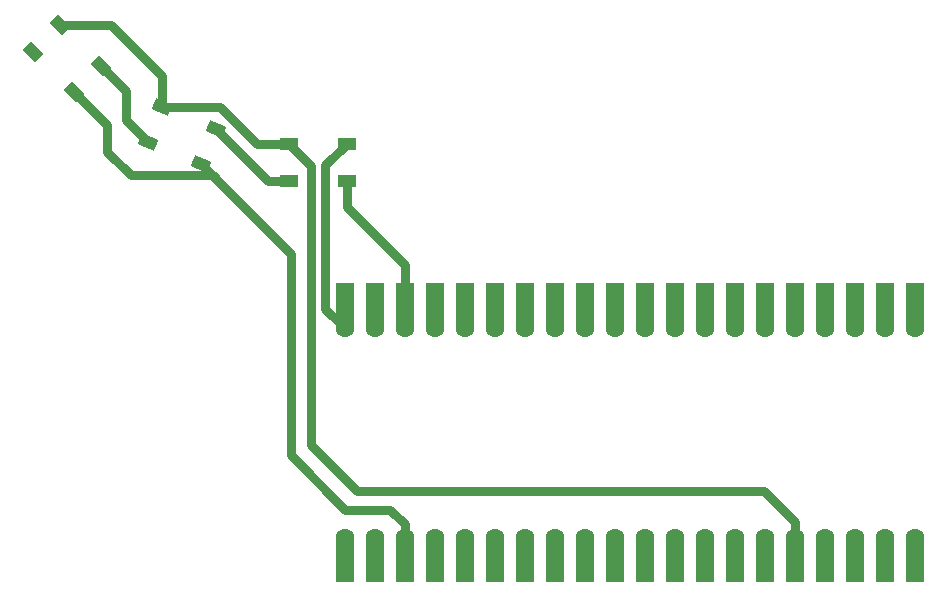
<source format=gbr>
%TF.GenerationSoftware,KiCad,Pcbnew,7.0.8*%
%TF.CreationDate,2023-12-14T11:27:17-05:00*%
%TF.ProjectId,led_test,6c65645f-7465-4737-942e-6b696361645f,rev?*%
%TF.SameCoordinates,Original*%
%TF.FileFunction,Copper,L1,Top*%
%TF.FilePolarity,Positive*%
%FSLAX46Y46*%
G04 Gerber Fmt 4.6, Leading zero omitted, Abs format (unit mm)*
G04 Created by KiCad (PCBNEW 7.0.8) date 2023-12-14 11:27:17*
%MOMM*%
%LPD*%
G01*
G04 APERTURE LIST*
G04 Aperture macros list*
%AMRotRect*
0 Rectangle, with rotation*
0 The origin of the aperture is its center*
0 $1 length*
0 $2 width*
0 $3 Rotation angle, in degrees counterclockwise*
0 Add horizontal line*
21,1,$1,$2,0,0,$3*%
G04 Aperture macros list end*
%TA.AperFunction,SMDPad,CuDef*%
%ADD10R,1.500000X1.000000*%
%TD*%
%TA.AperFunction,SMDPad,CuDef*%
%ADD11RotRect,1.000000X1.500000X225.000000*%
%TD*%
%TA.AperFunction,SMDPad,CuDef*%
%ADD12RotRect,1.000000X1.500000X247.500000*%
%TD*%
%TA.AperFunction,SMDPad,CuDef*%
%ADD13R,1.600000X3.810000*%
%TD*%
%TA.AperFunction,ComponentPad*%
%ADD14C,1.600000*%
%TD*%
%TA.AperFunction,Conductor*%
%ADD15C,0.800000*%
%TD*%
G04 APERTURE END LIST*
D10*
%TO.P,D1,3,VDD*%
%TO.N,PWR_3V3*%
X69587500Y-100400000D03*
%TO.P,D1,2,DIN*%
%TO.N,LED DIN*%
X74487500Y-100400000D03*
%TO.P,D1,4,DOUT*%
%TO.N,Net-(D1-DOUT)*%
X69587500Y-103600000D03*
%TO.P,D1,1,VSS*%
%TO.N,PWR_GND*%
X74487500Y-103600000D03*
%TD*%
D11*
%TO.P,D3,3,VDD*%
%TO.N,PWR_3V3*%
X50223255Y-90349421D03*
%TO.P,D3,2,DIN*%
%TO.N,Net-(D2-DOUT)*%
X53688078Y-93814244D03*
%TO.P,D3,4,DOUT*%
%TO.N,Net-(D3-DOUT)*%
X47960514Y-92612162D03*
%TO.P,D3,1,VSS*%
%TO.N,PWR_GND*%
X51425337Y-96076985D03*
%TD*%
D12*
%TO.P,D2,3,VDD*%
%TO.N,PWR_3V3*%
X58905786Y-97300603D03*
%TO.P,D2,2,DIN*%
%TO.N,Net-(D1-DOUT)*%
X63432795Y-99175752D03*
%TO.P,D2,4,DOUT*%
%TO.N,Net-(D2-DOUT)*%
X57681199Y-100257018D03*
%TO.P,D2,1,VSS*%
%TO.N,PWR_GND*%
X62208208Y-102132167D03*
%TD*%
D13*
%TO.P,M1,40,VBUS*%
%TO.N,unconnected-(M1-VBUS-Pad40)*%
X122580000Y-135685000D03*
D14*
X122580000Y-133780000D03*
D13*
%TO.P,M1,39,VSYS*%
%TO.N,VSYS*%
X120040000Y-135685000D03*
D14*
X120040000Y-133780000D03*
D13*
%TO.P,M1,38,GND*%
%TO.N,PWR_GND*%
X117500000Y-135685000D03*
D14*
X117500000Y-133780000D03*
D13*
%TO.P,M1,37,3V3_EN*%
%TO.N,unconnected-(M1-3V3_EN-Pad37)*%
X114960000Y-135685000D03*
D14*
X114960000Y-133780000D03*
D13*
%TO.P,M1,36,3V3_OUT*%
%TO.N,PWR_3V3*%
X112420000Y-135685000D03*
D14*
X112420000Y-133780000D03*
D13*
%TO.P,M1,35,ADC_VREF*%
%TO.N,unconnected-(M1-ADC_VREF-Pad35)*%
X109880000Y-135685000D03*
D14*
X109880000Y-133780000D03*
D13*
%TO.P,M1,34,GP28*%
%TO.N,IN*%
X107340000Y-135685000D03*
D14*
X107340000Y-133780000D03*
D13*
%TO.P,M1,33,GND*%
%TO.N,PWR_GND*%
X104800000Y-135685000D03*
D14*
X104800000Y-133780000D03*
D13*
%TO.P,M1,32,GP27*%
%TO.N,ENC1_A*%
X102260000Y-135685000D03*
D14*
X102260000Y-133780000D03*
D13*
%TO.P,M1,31,GP26*%
%TO.N,ENC1_B*%
X99747864Y-135676443D03*
D14*
X99720000Y-133780000D03*
D13*
%TO.P,M1,30,RUN*%
%TO.N,unconnected-(M1-RUN-Pad30)*%
X97180000Y-135685000D03*
D14*
X97180000Y-133780000D03*
D13*
%TO.P,M1,29,GP22*%
%TO.N,unconnected-(M1-GP22-Pad29)*%
X94640000Y-135685000D03*
D14*
X94640000Y-133780000D03*
D13*
%TO.P,M1,28,GND*%
%TO.N,PWR_GND*%
X92100000Y-135685000D03*
D14*
X92100000Y-133780000D03*
D13*
%TO.P,M1,27,GP21*%
%TO.N,BTN_IN*%
X89560000Y-135685000D03*
D14*
X89560000Y-133780000D03*
D13*
%TO.P,M1,26,GP20*%
%TO.N,unconnected-(M1-GP20-Pad26)*%
X87020000Y-135685000D03*
D14*
X87020000Y-133780000D03*
D13*
%TO.P,M1,25,GP19*%
%TO.N,unconnected-(M1-GP19-Pad25)*%
X84480000Y-135685000D03*
D14*
X84480000Y-133780000D03*
D13*
%TO.P,M1,24,GP18*%
%TO.N,BTN_PLAY*%
X81940000Y-135685000D03*
D14*
X81940000Y-133780000D03*
D13*
%TO.P,M1,23,GND*%
%TO.N,PWR_GND*%
X79400000Y-135685000D03*
D14*
X79400000Y-133780000D03*
D13*
%TO.P,M1,22,GP17*%
%TO.N,ENC2_B*%
X76860000Y-135685000D03*
D14*
X76860000Y-133780000D03*
D13*
%TO.P,M1,21,GP16*%
%TO.N,ENC2_A*%
X74320000Y-135685000D03*
D14*
X74320000Y-133780000D03*
%TO.P,M1,20,GP15*%
%TO.N,LED DIN*%
X74320000Y-116000000D03*
D13*
X74320000Y-114095000D03*
D14*
%TO.P,M1,19,GP14*%
%TO.N,OUT_MIDI*%
X76860000Y-116000000D03*
D13*
X76860000Y-114095000D03*
D14*
%TO.P,M1,18,GND*%
%TO.N,PWR_GND*%
X79400000Y-116000000D03*
D13*
X79400000Y-114095000D03*
D14*
%TO.P,M1,17,GP13*%
%TO.N,OUT_C1*%
X81940000Y-116000000D03*
D13*
X81940000Y-114095000D03*
D14*
%TO.P,M1,16,GP12*%
%TO.N,OUT_C2*%
X84480000Y-116000000D03*
D13*
X84480000Y-114095000D03*
D14*
%TO.P,M1,15,GP11*%
%TO.N,OUT_C3*%
X87020000Y-116000000D03*
D13*
X87020000Y-114095000D03*
D14*
%TO.P,M1,14,GP10*%
%TO.N,OUT_C4*%
X89560000Y-116000000D03*
D13*
X89560000Y-114095000D03*
D14*
%TO.P,M1,13,GND*%
%TO.N,PWR_GND*%
X92100000Y-116000000D03*
D13*
X92100000Y-114095000D03*
D14*
%TO.P,M1,12,GP9*%
%TO.N,OUT_C5*%
X94640000Y-116000000D03*
D13*
X94640000Y-114095000D03*
D14*
%TO.P,M1,11,GP8*%
%TO.N,OUT_C6*%
X97180000Y-116000000D03*
D13*
X97180000Y-114095000D03*
D14*
%TO.P,M1,10,GP7*%
%TO.N,IN_SWTCH*%
X99720000Y-116000000D03*
D13*
X99720000Y-114095000D03*
D14*
%TO.P,M1,9,GP6*%
%TO.N,ENC2_BTN*%
X102260000Y-116000000D03*
D13*
X102269556Y-114095000D03*
D14*
%TO.P,M1,8,GND*%
%TO.N,PWR_GND*%
X104800000Y-116000000D03*
D13*
X104800000Y-114095000D03*
D14*
%TO.P,M1,7,GP5*%
%TO.N,BTN_C1*%
X107340000Y-116000000D03*
D13*
X107340000Y-114095000D03*
D14*
%TO.P,M1,6,GP4*%
%TO.N,BTN_C2*%
X109880000Y-116000000D03*
D13*
X109880000Y-114095000D03*
D14*
%TO.P,M1,5,GP3*%
%TO.N,BTN_C3*%
X112420000Y-116000000D03*
D13*
X112420000Y-114095000D03*
D14*
%TO.P,M1,4,GP2*%
%TO.N,BTN_C4*%
X114960000Y-116000000D03*
D13*
X114960000Y-114095000D03*
D14*
%TO.P,M1,3,GND*%
%TO.N,PWR_GND*%
X117500000Y-116000000D03*
D13*
X117500000Y-114095000D03*
D14*
%TO.P,M1,2,GP1*%
%TO.N,BTN_C5*%
X120040000Y-116000000D03*
D13*
X120040000Y-114095000D03*
D14*
%TO.P,M1,1,GP0*%
%TO.N,BTN_C6*%
X122580000Y-116000000D03*
D13*
X122580000Y-114095000D03*
%TD*%
D15*
%TO.N,PWR_3V3*%
X58905786Y-97300603D02*
X58905786Y-94705786D01*
X58905786Y-94705786D02*
X54549421Y-90349421D01*
X54549421Y-90349421D02*
X50223255Y-90349421D01*
%TO.N,PWR_GND*%
X63988020Y-103911980D02*
X63176040Y-103100000D01*
X56200000Y-103100000D02*
X54200000Y-101100000D01*
X63176040Y-103100000D02*
X56200000Y-103100000D01*
X54200000Y-101100000D02*
X54200000Y-98851648D01*
X54200000Y-98851648D02*
X51425337Y-96076985D01*
%TO.N,PWR_3V3*%
X69587500Y-100400000D02*
X66900000Y-100400000D01*
X63800603Y-97300603D02*
X58905786Y-97300603D01*
X66900000Y-100400000D02*
X63800603Y-97300603D01*
%TO.N,PWR_GND*%
X63988020Y-103911980D02*
X65238020Y-105161980D01*
X62208208Y-102132167D02*
X63988020Y-103911980D01*
X65238020Y-105161980D02*
X69800000Y-109723959D01*
X69800000Y-109723959D02*
X69800000Y-126800000D01*
X69800000Y-126800000D02*
X74400000Y-131400000D01*
X74400000Y-131400000D02*
X78200000Y-131400000D01*
X78200000Y-131400000D02*
X79400000Y-132600000D01*
X79400000Y-132600000D02*
X79400000Y-133780000D01*
%TO.N,PWR_3V3*%
X112420000Y-135685000D02*
X112420000Y-132420000D01*
X112420000Y-132420000D02*
X109800000Y-129800000D01*
X109800000Y-129800000D02*
X75400000Y-129800000D01*
X71493600Y-125893600D02*
X71493600Y-102306100D01*
X75400000Y-129800000D02*
X71493600Y-125893600D01*
X71493600Y-102306100D02*
X69587500Y-100400000D01*
%TO.N,LED DIN*%
X72700000Y-114380000D02*
X72700000Y-102187500D01*
X72700000Y-102187500D02*
X74487500Y-100400000D01*
X74320000Y-116000000D02*
X72700000Y-114380000D01*
%TO.N,PWR_GND*%
X79400000Y-116000000D02*
X79400000Y-110700000D01*
X79400000Y-110700000D02*
X74487500Y-105787500D01*
X74487500Y-105787500D02*
X74487500Y-103600000D01*
%TO.N,Net-(D2-DOUT)*%
X55824181Y-98400000D02*
X55800000Y-98400000D01*
X57681199Y-100257018D02*
X55824181Y-98400000D01*
X55800000Y-98400000D02*
X55800000Y-95926166D01*
X55800000Y-95926166D02*
X53688078Y-93814244D01*
%TO.N,Net-(D1-DOUT)*%
X69587500Y-103600000D02*
X67857043Y-103600000D01*
X67857043Y-103600000D02*
X63432795Y-99175752D01*
%TD*%
M02*

</source>
